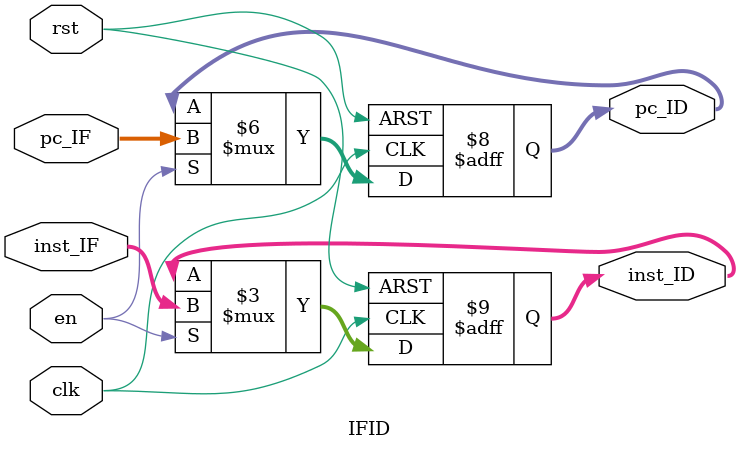
<source format=v>
`timescale 1ns / 1ps


module IFID(
input clk,rst,en,
input [31:0] pc_IF,
input [31:0] inst_IF,
output reg [31:0] pc_ID,
output reg [31:0] inst_ID
    );
always@(posedge clk or posedge rst)
begin
  if(rst)
  begin
    pc_ID<=32'b0;
    inst_ID<=32'b0;
  end
  else if(en)
  begin
    pc_ID<=pc_IF;
    inst_ID<=inst_IF;
  end
  else
  begin
    pc_ID<=pc_ID;
    inst_ID<=inst_ID;
  end
end
endmodule

</source>
